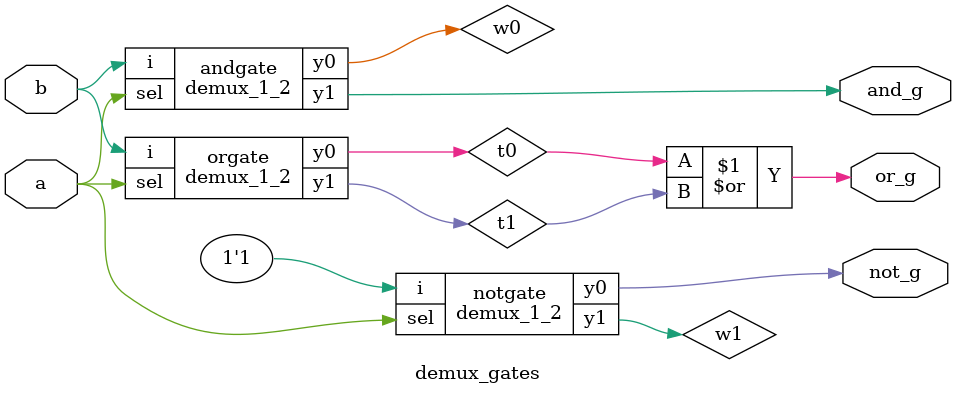
<source format=v>
`timescale 1ns / 1ps
module demux_1_2(
    input sel,
    input i,
    output y0, y1);
    assign {y0,y1} = sel ? {1'b0, i} : {i, 1'b0};
endmodule

//and or not gates using 1x2 demux 
module demux_gates(
    input a, b,
    output and_g, or_g, not_g);
    wire w0, w1, w2;
  	wire t0, t1;

    demux_1_2 andgate(.sel(a),.i(b),.y0(w0),.y1(and_g)); 

    demux_1_2 notgate( .sel(a), .i(1'b1),.y0(not_g), .y1(w1));

    demux_1_2 orgate(.sel(a), .i(b), .y0(t0), .y1(t1));
    assign or_g = t0 | t1;   
endmodule

</source>
